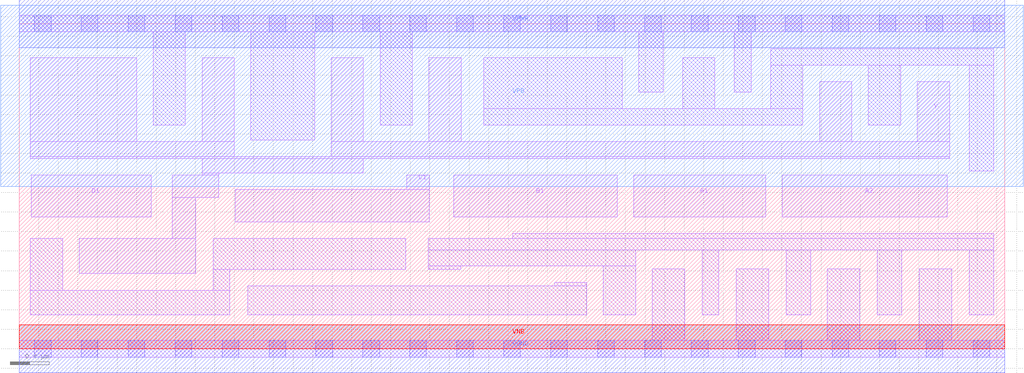
<source format=lef>
# Copyright 2020 The SkyWater PDK Authors
#
# Licensed under the Apache License, Version 2.0 (the "License");
# you may not use this file except in compliance with the License.
# You may obtain a copy of the License at
#
#     https://www.apache.org/licenses/LICENSE-2.0
#
# Unless required by applicable law or agreed to in writing, software
# distributed under the License is distributed on an "AS IS" BASIS,
# WITHOUT WARRANTIES OR CONDITIONS OF ANY KIND, either express or implied.
# See the License for the specific language governing permissions and
# limitations under the License.
#
# SPDX-License-Identifier: Apache-2.0

VERSION 5.7 ;
  NOWIREEXTENSIONATPIN ON ;
  DIVIDERCHAR "/" ;
  BUSBITCHARS "[]" ;
MACRO sky130_fd_sc_ls__o2111ai_4
  CLASS CORE ;
  FOREIGN sky130_fd_sc_ls__o2111ai_4 ;
  ORIGIN  0.000000  0.000000 ;
  SIZE  10.08000 BY  3.330000 ;
  SYMMETRY X Y ;
  SITE unit ;
  PIN A1
    ANTENNAGATEAREA  1.116000 ;
    DIRECTION INPUT ;
    USE SIGNAL ;
    PORT
      LAYER li1 ;
        RECT 6.285000 1.350000 7.635000 1.780000 ;
    END
  END A1
  PIN A2
    ANTENNAGATEAREA  1.116000 ;
    DIRECTION INPUT ;
    USE SIGNAL ;
    PORT
      LAYER li1 ;
        RECT 7.805000 1.350000 9.490000 1.780000 ;
    END
  END A2
  PIN B1
    ANTENNAGATEAREA  0.780000 ;
    DIRECTION INPUT ;
    USE SIGNAL ;
    PORT
      LAYER li1 ;
        RECT 4.445000 1.350000 6.115000 1.780000 ;
    END
  END B1
  PIN C1
    ANTENNAGATEAREA  0.780000 ;
    DIRECTION INPUT ;
    USE SIGNAL ;
    PORT
      LAYER li1 ;
        RECT 2.210000 1.300000 4.195000 1.630000 ;
        RECT 3.965000 1.630000 4.195000 1.780000 ;
    END
  END C1
  PIN D1
    ANTENNAGATEAREA  0.780000 ;
    DIRECTION INPUT ;
    USE SIGNAL ;
    PORT
      LAYER li1 ;
        RECT 0.125000 1.350000 1.350000 1.780000 ;
    END
  END D1
  PIN Y
    ANTENNADIFFAREA  3.411800 ;
    DIRECTION OUTPUT ;
    USE SIGNAL ;
    PORT
      LAYER li1 ;
        RECT 0.115000 1.950000 9.515000 1.970000 ;
        RECT 0.115000 1.970000 2.200000 2.120000 ;
        RECT 0.115000 2.120000 1.200000 2.980000 ;
        RECT 0.615000 0.770000 1.805000 1.130000 ;
        RECT 1.565000 1.130000 1.805000 1.550000 ;
        RECT 1.565000 1.550000 2.040000 1.780000 ;
        RECT 1.870000 1.780000 2.040000 1.800000 ;
        RECT 1.870000 1.800000 3.520000 1.950000 ;
        RECT 1.870000 2.120000 2.200000 2.980000 ;
        RECT 3.190000 1.970000 9.515000 2.120000 ;
        RECT 3.190000 2.120000 3.520000 2.980000 ;
        RECT 4.190000 2.120000 4.520000 2.980000 ;
        RECT 8.185000 2.120000 8.515000 2.735000 ;
        RECT 9.185000 2.120000 9.515000 2.735000 ;
    END
  END Y
  PIN VGND
    DIRECTION INOUT ;
    SHAPE ABUTMENT ;
    USE GROUND ;
    PORT
      LAYER met1 ;
        RECT 0.000000 -0.245000 10.080000 0.245000 ;
    END
  END VGND
  PIN VNB
    DIRECTION INOUT ;
    USE GROUND ;
    PORT
      LAYER pwell ;
        RECT 0.000000 0.000000 10.080000 0.245000 ;
    END
  END VNB
  PIN VPB
    DIRECTION INOUT ;
    USE POWER ;
    PORT
      LAYER nwell ;
        RECT -0.190000 1.660000 10.270000 3.520000 ;
    END
  END VPB
  PIN VPWR
    DIRECTION INOUT ;
    SHAPE ABUTMENT ;
    USE POWER ;
    PORT
      LAYER met1 ;
        RECT 0.000000 3.085000 10.080000 3.575000 ;
    END
  END VPWR
  OBS
    LAYER li1 ;
      RECT 0.000000 -0.085000 10.080000 0.085000 ;
      RECT 0.000000  3.245000 10.080000 3.415000 ;
      RECT 0.115000  0.350000  2.155000 0.600000 ;
      RECT 0.115000  0.600000  0.445000 1.130000 ;
      RECT 1.370000  2.290000  1.700000 3.245000 ;
      RECT 1.985000  0.600000  2.155000 0.815000 ;
      RECT 1.985000  0.815000  3.955000 1.130000 ;
      RECT 2.335000  0.350000  5.805000 0.645000 ;
      RECT 2.370000  2.140000  3.020000 3.245000 ;
      RECT 3.690000  2.290000  4.020000 3.245000 ;
      RECT 4.185000  0.815000  4.515000 0.850000 ;
      RECT 4.185000  0.850000  6.305000 1.010000 ;
      RECT 4.185000  1.010000  9.965000 1.130000 ;
      RECT 4.750000  2.290000  8.015000 2.460000 ;
      RECT 4.750000  2.460000  6.165000 2.980000 ;
      RECT 5.045000  1.130000  9.965000 1.180000 ;
      RECT 5.475000  0.645000  5.805000 0.680000 ;
      RECT 5.975000  0.350000  6.305000 0.850000 ;
      RECT 6.335000  2.630000  6.585000 3.245000 ;
      RECT 6.475000  0.085000  6.805000 0.820000 ;
      RECT 6.785000  2.460000  7.115000 2.980000 ;
      RECT 6.985000  0.350000  7.155000 1.010000 ;
      RECT 7.315000  2.630000  7.485000 3.245000 ;
      RECT 7.335000  0.085000  7.665000 0.820000 ;
      RECT 7.685000  2.460000  8.015000 2.905000 ;
      RECT 7.685000  2.905000  9.965000 3.075000 ;
      RECT 7.845000  0.350000  8.095000 1.010000 ;
      RECT 8.265000  0.085000  8.595000 0.820000 ;
      RECT 8.685000  2.290000  9.015000 2.905000 ;
      RECT 8.775000  0.350000  9.025000 1.010000 ;
      RECT 9.205000  0.085000  9.535000 0.820000 ;
      RECT 9.715000  0.350000  9.965000 1.010000 ;
      RECT 9.715000  1.820000  9.965000 2.905000 ;
    LAYER mcon ;
      RECT 0.155000 -0.085000 0.325000 0.085000 ;
      RECT 0.155000  3.245000 0.325000 3.415000 ;
      RECT 0.635000 -0.085000 0.805000 0.085000 ;
      RECT 0.635000  3.245000 0.805000 3.415000 ;
      RECT 1.115000 -0.085000 1.285000 0.085000 ;
      RECT 1.115000  3.245000 1.285000 3.415000 ;
      RECT 1.595000 -0.085000 1.765000 0.085000 ;
      RECT 1.595000  3.245000 1.765000 3.415000 ;
      RECT 2.075000 -0.085000 2.245000 0.085000 ;
      RECT 2.075000  3.245000 2.245000 3.415000 ;
      RECT 2.555000 -0.085000 2.725000 0.085000 ;
      RECT 2.555000  3.245000 2.725000 3.415000 ;
      RECT 3.035000 -0.085000 3.205000 0.085000 ;
      RECT 3.035000  3.245000 3.205000 3.415000 ;
      RECT 3.515000 -0.085000 3.685000 0.085000 ;
      RECT 3.515000  3.245000 3.685000 3.415000 ;
      RECT 3.995000 -0.085000 4.165000 0.085000 ;
      RECT 3.995000  3.245000 4.165000 3.415000 ;
      RECT 4.475000 -0.085000 4.645000 0.085000 ;
      RECT 4.475000  3.245000 4.645000 3.415000 ;
      RECT 4.955000 -0.085000 5.125000 0.085000 ;
      RECT 4.955000  3.245000 5.125000 3.415000 ;
      RECT 5.435000 -0.085000 5.605000 0.085000 ;
      RECT 5.435000  3.245000 5.605000 3.415000 ;
      RECT 5.915000 -0.085000 6.085000 0.085000 ;
      RECT 5.915000  3.245000 6.085000 3.415000 ;
      RECT 6.395000 -0.085000 6.565000 0.085000 ;
      RECT 6.395000  3.245000 6.565000 3.415000 ;
      RECT 6.875000 -0.085000 7.045000 0.085000 ;
      RECT 6.875000  3.245000 7.045000 3.415000 ;
      RECT 7.355000 -0.085000 7.525000 0.085000 ;
      RECT 7.355000  3.245000 7.525000 3.415000 ;
      RECT 7.835000 -0.085000 8.005000 0.085000 ;
      RECT 7.835000  3.245000 8.005000 3.415000 ;
      RECT 8.315000 -0.085000 8.485000 0.085000 ;
      RECT 8.315000  3.245000 8.485000 3.415000 ;
      RECT 8.795000 -0.085000 8.965000 0.085000 ;
      RECT 8.795000  3.245000 8.965000 3.415000 ;
      RECT 9.275000 -0.085000 9.445000 0.085000 ;
      RECT 9.275000  3.245000 9.445000 3.415000 ;
      RECT 9.755000 -0.085000 9.925000 0.085000 ;
      RECT 9.755000  3.245000 9.925000 3.415000 ;
  END
END sky130_fd_sc_ls__o2111ai_4
END LIBRARY

</source>
